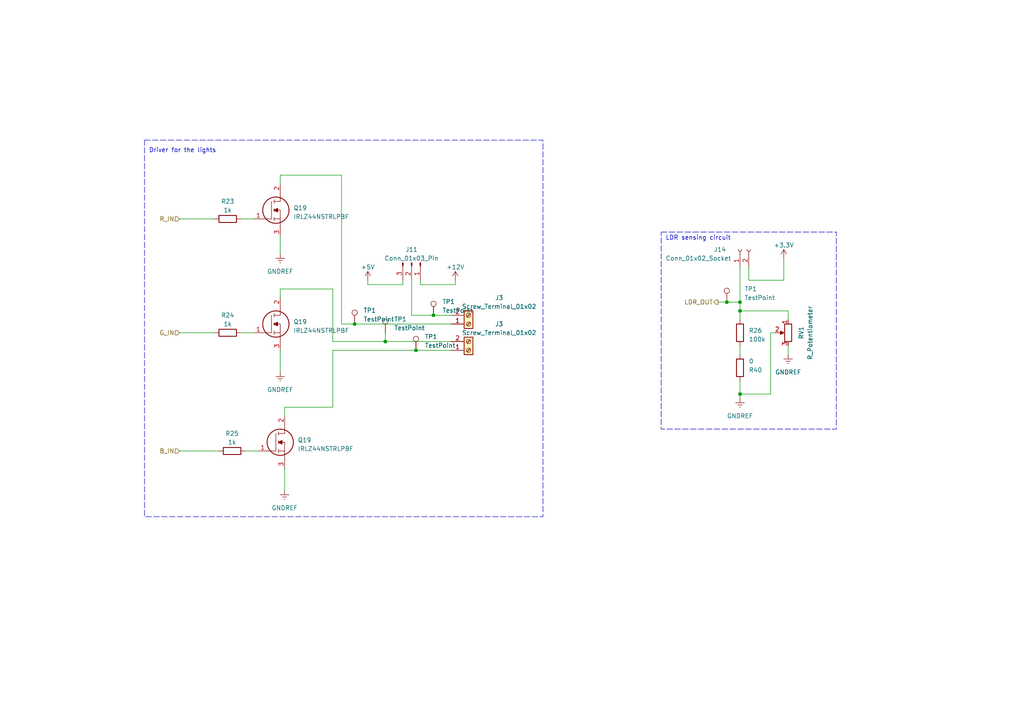
<source format=kicad_sch>
(kicad_sch (version 20230121) (generator eeschema)
  (paper "A4")
  (title_block (title "Greenhouse project FRDM-KL25Z hat") (date "16-03-2023") (rev "v4.0") (company "OnlyPlants") (comment 1 "Author: Emiel Visser"))
  (lib_symbols
    (symbol "Connector:Conn_01x02_Socket" (pin_names (offset 1.016) hide)
      (property "Reference" "J" (at 0 2.54 0))
      (property "Value" "Conn_01x02_Socket" (at 0 -5.08 0))
      (symbol "Conn_01x02_Socket_1_1"
        (arc (start 0 -2.032) (mid -0.5058 -2.54) (end 0 -3.048) (stroke (width 0.1524)))
        (polyline (pts (xy -1.27 -2.54) (xy -0.508 -2.54)) (stroke (width 0.1524)))
        (polyline (pts (xy -1.27 0) (xy -0.508 0)) (stroke (width 0.1524)))
        (arc (start 0 0.508) (mid -0.5058 0) (end 0 -0.508) (stroke (width 0.1524)))
        (pin passive line (at -5.08 0 0) (length 3.81) (name "Pin_1") (number "1"))
        (pin passive line (at -5.08 -2.54 0) (length 3.81) (name "Pin_2") (number "2"))
      )
    )
    (symbol "Connector:Conn_01x03_Pin" (pin_names (offset 1.016) hide)
      (property "Reference" "J" (at 0 5.08 0))
      (property "Value" "Conn_01x03_Pin" (at 0 -5.08 0))
      (symbol "Conn_01x03_Pin_1_1"
        (polyline (pts (xy 1.27 -2.54) (xy 0.8636 -2.54)) (stroke (width 0.1524)))
        (polyline (pts (xy 1.27 0) (xy 0.8636 0)) (stroke (width 0.1524)))
        (polyline (pts (xy 1.27 2.54) (xy 0.8636 2.54)) (stroke (width 0.1524)))
        (rectangle (start 0.8636 -2.413) (end 0 -2.667) (stroke (width 0.1524)) (fill (type outline)))
        (rectangle (start 0.8636 0.127) (end 0 -0.127) (stroke (width 0.1524)) (fill (type outline)))
        (rectangle (start 0.8636 2.667) (end 0 2.413) (stroke (width 0.1524)) (fill (type outline)))
        (pin passive line (at 5.08 2.54 180) (length 3.81) (name "Pin_1") (number "1"))
        (pin passive line (at 5.08 0 180) (length 3.81) (name "Pin_2") (number "2"))
        (pin passive line (at 5.08 -2.54 180) (length 3.81) (name "Pin_3") (number "3"))
      )
    )
    (symbol "Connector:Screw_Terminal_01x02" (pin_names (offset 1.016) hide)
      (property "Reference" "J" (at 0 2.54 0))
      (property "Value" "Screw_Terminal_01x02" (at 0 -5.08 0))
      (symbol "Screw_Terminal_01x02_1_1"
        (rectangle (start -1.27 1.27) (end 1.27 -3.81) (stroke (width 0.254)) (fill (type background)))
        (circle (center 0 -2.54) (radius 0.635) (stroke (width 0.1524)))
        (polyline (pts (xy -0.5334 -2.2098) (xy 0.3302 -3.048)) (stroke (width 0.1524)))
        (polyline (pts (xy -0.5334 0.3302) (xy 0.3302 -0.508)) (stroke (width 0.1524)))
        (polyline (pts (xy -0.3556 -2.032) (xy 0.508 -2.8702)) (stroke (width 0.1524)))
        (polyline (pts (xy -0.3556 0.508) (xy 0.508 -0.3302)) (stroke (width 0.1524)))
        (circle (center 0 0) (radius 0.635) (stroke (width 0.1524)))
        (pin passive line (at -5.08 0 0) (length 3.81) (name "Pin_1") (number "1"))
        (pin passive line (at -5.08 -2.54 0) (length 3.81) (name "Pin_2") (number "2"))
      )
    )
    (symbol "Connector:TestPoint" (pin_numbers hide) (pin_names (offset 0.762) hide)
      (property "Reference" "TP" (at 0 6.858 0))
      (property "Value" "TestPoint" (at 0 5.08 0))
      (symbol "TestPoint_0_1"
        (circle (center 0 3.302) (radius 0.762))
      )
      (symbol "TestPoint_1_1"
        (pin passive line (at 0 0 90) (length 2.54) (name "1") (number "1"))
      )
    )
    (symbol "Device:R" (pin_numbers hide) (pin_names (offset 0))
      (property "Reference" "R" (at 2.032 0 90))
      (property "Value" "R" (at 0 0 90))
      (symbol "R_0_1"
        (rectangle (start -1.016 -2.54) (end 1.016 2.54) (stroke (width 0.254)))
      )
      (symbol "R_1_1"
        (pin passive line (at 0 3.81 270) (length 1.27) (name "~") (number "1"))
        (pin passive line (at 0 -3.81 90) (length 1.27) (name "~") (number "2"))
      )
    )
    (symbol "Device:R_Potentiometer" (pin_names (offset 1.016) hide)
      (property "Reference" "RV" (at -4.445 0 90))
      (property "Value" "R_Potentiometer" (at -2.54 0 90))
      (symbol "R_Potentiometer_0_1"
        (polyline (pts (xy 2.54 0) (xy 1.524 0)))
        (polyline (pts (xy 1.143 0) (xy 2.286 0.508) (xy 2.286 -0.508) (xy 1.143 0)) (fill (type outline)))
        (rectangle (start 1.016 2.54) (end -1.016 -2.54) (stroke (width 0.254)))
      )
      (symbol "R_Potentiometer_1_1"
        (pin passive line (at 0 3.81 270) (length 1.27) (name "1") (number "1"))
        (pin passive line (at 3.81 0 180) (length 1.27) (name "2") (number "2"))
        (pin passive line (at 0 -3.81 90) (length 1.27) (name "3") (number "3"))
      )
    )
    (symbol "SamacSys_Parts:IRLZ44NSTRLPBF" (pin_names (offset 0.762))
      (property "Reference" "Q" (at 11.43 3.81 0))
      (property "Value" "IRLZ44NSTRLPBF" (at 11.43 1.27 0))
      (symbol "IRLZ44NSTRLPBF_0_0"
        (pin passive line (at 0 0 0) (length 2.54) (name "~") (number "1"))
        (pin passive line (at 7.62 10.16 270) (length 2.54) (name "~") (number "2"))
        (pin passive line (at 7.62 -5.08 90) (length 2.54) (name "~") (number "3"))
      )
      (symbol "IRLZ44NSTRLPBF_0_1"
        (polyline (pts (xy 5.842 -0.508) (xy 5.842 0.508)) (stroke (width 0.1524)))
        (polyline (pts (xy 5.842 0) (xy 7.62 0)) (stroke (width 0.1524)))
        (polyline (pts (xy 5.842 2.032) (xy 5.842 3.048)) (stroke (width 0.1524)))
        (polyline (pts (xy 5.842 5.588) (xy 5.842 4.572)) (stroke (width 0.1524)))
        (polyline (pts (xy 7.62 2.54) (xy 5.842 2.54)) (stroke (width 0.1524)))
        (polyline (pts (xy 7.62 2.54) (xy 7.62 -2.54)) (stroke (width 0.1524)))
        (polyline (pts (xy 7.62 5.08) (xy 5.842 5.08)) (stroke (width 0.1524)))
        (polyline (pts (xy 7.62 5.08) (xy 7.62 7.62)) (stroke (width 0.1524)))
        (polyline (pts (xy 2.54 0) (xy 5.08 0) (xy 5.08 5.08)) (stroke (width 0.1524)))
        (polyline (pts (xy 5.842 2.54) (xy 6.858 3.048) (xy 6.858 2.032) (xy 5.842 2.54)) (stroke (width 0.254)) (fill (type outline)))
        (circle (center 6.35 2.54) (radius 3.81) (stroke (width 0.254)))
      )
    )
    (symbol "power:+12V" (power) (pin_names (offset 0))
      (property "Value" "+12V" (at 0 3.556 0))
      (symbol "+12V_0_1"
        (polyline (pts (xy -0.762 1.27) (xy 0 2.54)))
        (polyline (pts (xy 0 0) (xy 0 2.54)))
        (polyline (pts (xy 0 2.54) (xy 0.762 1.27)))
      )
      (symbol "+12V_1_1"
        (pin power_in line (at 0 0 90) (length 0) hide (name "+12V") (number "1"))
      )
    )
    (symbol "power:+3.3V" (power) (pin_names (offset 0))
      (property "Value" "+3.3V" (at 0 3.556 0))
      (symbol "+3.3V_0_1"
        (polyline (pts (xy -0.762 1.27) (xy 0 2.54)))
        (polyline (pts (xy 0 0) (xy 0 2.54)))
        (polyline (pts (xy 0 2.54) (xy 0.762 1.27)))
      )
      (symbol "+3.3V_1_1"
        (pin power_in line (at 0 0 90) (length 0) hide (name "+3.3V") (number "1"))
      )
    )
    (symbol "power:+5V" (power) (pin_names (offset 0))
      (property "Value" "+5V" (at 0 3.556 0))
      (symbol "+5V_0_1"
        (polyline (pts (xy -0.762 1.27) (xy 0 2.54)))
        (polyline (pts (xy 0 0) (xy 0 2.54)))
        (polyline (pts (xy 0 2.54) (xy 0.762 1.27)))
      )
      (symbol "+5V_1_1"
        (pin power_in line (at 0 0 90) (length 0) hide (name "+5V") (number "1"))
      )
    )
    (symbol "power:GNDREF" (power) (pin_names (offset 0))
      (property "Value" "GNDREF" (at 0 -3.81 0))
      (symbol "GNDREF_0_1"
        (polyline (pts (xy -0.635 -1.905) (xy 0.635 -1.905)))
        (polyline (pts (xy -0.127 -2.54) (xy 0.127 -2.54)))
        (polyline (pts (xy 0 -1.27) (xy 0 0)))
        (polyline (pts (xy 1.27 -1.27) (xy -1.27 -1.27)))
      )
      (symbol "GNDREF_1_1"
        (pin power_in line (at 0 0 270) (length 0) hide (name "GNDREF") (number "1"))
      )
    )
  )
  (junction (at 111.76 99.06))
  (junction (at 214.63 87.63))
  (junction (at 120.65 101.6))
  (junction (at 214.63 114.3))
  (junction (at 102.87 93.98))
  (junction (at 214.63 90.17))
  (junction (at 125.73 91.44))
  (junction (at 210.82 87.63))
  (wire (pts (xy 119.38 81.28) (xy 119.38 91.44)))
  (wire (pts (xy 208.28 87.63) (xy 210.82 87.63)))
  (wire (pts (xy 111.76 99.06) (xy 111.76 96.52)))
  (wire (pts (xy 121.92 82.55) (xy 132.08 82.55)))
  (wire (pts (xy 52.07 63.5) (xy 62.23 63.5)))
  (wire (pts (xy 96.52 83.82) (xy 96.52 99.06)))
  (wire (pts (xy 227.33 81.28) (xy 217.17 81.28)))
  (wire (pts (xy 214.63 100.33) (xy 214.63 102.87)))
  (wire (pts (xy 210.82 87.63) (xy 214.63 87.63)))
  (wire (pts (xy 214.63 87.63) (xy 214.63 90.17)))
  (wire (pts (xy 214.63 90.17) (xy 214.63 92.71)))
  (wire (pts (xy 102.87 93.98) (xy 130.81 93.98)))
  (wire (pts (xy 227.33 74.93) (xy 227.33 81.28)))
  (wire (pts (xy 96.52 101.6) (xy 120.65 101.6)))
  (wire (pts (xy 224.79 96.52) (xy 223.52 96.52)))
  (wire (pts (xy 52.07 96.52) (xy 62.23 96.52)))
  (wire (pts (xy 214.63 77.47) (xy 214.63 87.63)))
  (wire (pts (xy 106.68 81.28) (xy 106.68 82.55)))
  (wire (pts (xy 81.28 50.8) (xy 99.06 50.8)))
  (wire (pts (xy 71.12 130.81) (xy 74.93 130.81)))
  (wire (pts (xy 82.55 120.65) (xy 82.55 118.11)))
  (wire (pts (xy 69.85 63.5) (xy 73.66 63.5)))
  (wire (pts (xy 96.52 118.11) (xy 96.52 101.6)))
  (wire (pts (xy 119.38 91.44) (xy 125.73 91.44)))
  (wire (pts (xy 214.63 110.49) (xy 214.63 114.3)))
  (wire (pts (xy 96.52 99.06) (xy 111.76 99.06)))
  (wire (pts (xy 69.85 96.52) (xy 73.66 96.52)))
  (wire (pts (xy 81.28 68.58) (xy 81.28 73.66)))
  (wire (pts (xy 116.84 82.55) (xy 116.84 81.28)))
  (wire (pts (xy 121.92 82.55) (xy 121.92 81.28)))
  (wire (pts (xy 81.28 83.82) (xy 96.52 83.82)))
  (wire (pts (xy 82.55 135.89) (xy 82.55 142.24)))
  (wire (pts (xy 111.76 99.06) (xy 130.81 99.06)))
  (wire (pts (xy 228.6 100.33) (xy 228.6 102.87)))
  (wire (pts (xy 223.52 114.3) (xy 214.63 114.3)))
  (wire (pts (xy 223.52 96.52) (xy 223.52 114.3)))
  (wire (pts (xy 81.28 53.34) (xy 81.28 50.8)))
  (wire (pts (xy 81.28 86.36) (xy 81.28 83.82)))
  (wire (pts (xy 228.6 90.17) (xy 214.63 90.17)))
  (wire (pts (xy 214.63 114.3) (xy 214.63 115.57)))
  (wire (pts (xy 217.17 77.47) (xy 217.17 81.28)))
  (wire (pts (xy 132.08 81.28) (xy 132.08 82.55)))
  (wire (pts (xy 81.28 101.6) (xy 81.28 107.95)))
  (wire (pts (xy 120.65 101.6) (xy 130.81 101.6)))
  (wire (pts (xy 99.06 50.8) (xy 99.06 93.98)))
  (wire (pts (xy 106.68 82.55) (xy 116.84 82.55)))
  (wire (pts (xy 99.06 93.98) (xy 102.87 93.98)))
  (wire (pts (xy 82.55 118.11) (xy 96.52 118.11)))
  (wire (pts (xy 228.6 92.71) (xy 228.6 90.17)))
  (wire (pts (xy 130.81 91.44) (xy 125.73 91.44)))
  (wire (pts (xy 52.07 130.81) (xy 63.5 130.81)))
  (rectangle (start 41.91 40.64) (end 157.48 149.86) (stroke (width 0) (type dash)))
  (rectangle (start 191.77 67.31) (end 242.57 124.46) (stroke (width 0) (type dash)))
  (text "Driver for the lights" (at 43.18 44.45 0) (effects (font (size 1.27 1.27)) (justify left bottom)))
  (text "LDR sensing circuit" (at 193.04 69.85 0) (effects (font (size 1.27 1.27)) (justify left bottom)))
  (hierarchical_label "G_IN" (shape input) (at 52.07 96.52 180))
  (hierarchical_label "LDR_OUT" (shape output) (at 208.28 87.63 180))
  (hierarchical_label "R_IN" (shape input) (at 52.07 63.5 180))
  (hierarchical_label "B_IN" (shape input) (at 52.07 130.81 180))
  (symbol (lib_id "Device:R_Potentiometer") (at 228.6 96.52 0) (mirror y) (unit 1)
    (property "Reference" "RV1" (at 232.41 96.52 90))
    (property "Value" "R_Potentiometer" (at 234.95 96.52 90))
    (property "Footprint" "Potentiometer_THT:Potentiometer_Bourns_3296W_Vertical" (effects hide))
  )
  (symbol (lib_id "Device:R") (at 66.04 96.52 90) (unit 1)
    (property "Reference" "R24" (at 66.04 91.44 90))
    (property "Value" "1k" (at 66.04 93.98 90))
    (property "Footprint" "Resistor_SMD:R_1206_3216Metric_Pad1.30x1.75mm_HandSolder" (effects hide))
  )
  (symbol (lib_id "Connector:TestPoint") (at 102.87 93.98 0) (unit 1)
    (property "Reference" "TP1" (at 105.41 90.043 0) (effects (justify left)))
    (property "Value" "TestPoint" (at 105.41 92.583 0) (effects (justify left)))
    (property "Footprint" "TestPoint:TestPoint_Pad_D2.0mm" (effects hide))
    (instances (project "greenhouse_project_hat" (path "" (reference "TP1") (unit 1)) (path "" (reference "TP14") (unit 1))))
  )
  (symbol (lib_id "Device:R") (at 67.31 130.81 90) (unit 1)
    (property "Reference" "R25" (at 67.31 125.73 90))
    (property "Value" "1k" (at 67.31 128.27 90))
    (property "Footprint" "Resistor_SMD:R_1206_3216Metric_Pad1.30x1.75mm_HandSolder" (effects hide))
  )
  (symbol (lib_id "Connector:Screw_Terminal_01x02") (at 135.89 93.98 0) (mirror x) (unit 1)
    (property "Reference" "J3" (at 144.78 86.36 0))
    (property "Value" "Screw_Terminal_01x02" (at 144.78 88.9 0))
    (property "Footprint" "TerminalBlock:TerminalBlock_bornier-2_P5.08mm" (effects hide))
    (instances (project "greenhouse_project_hat" (path "" (reference "J3") (unit 1)) (path "" (reference "J12") (unit 1))))
  )
  (symbol (lib_id "Device:R") (at 66.04 63.5 90) (unit 1)
    (property "Reference" "R23" (at 66.04 58.42 90))
    (property "Value" "1k" (at 66.04 60.96 90))
    (property "Footprint" "Resistor_SMD:R_1206_3216Metric_Pad1.30x1.75mm_HandSolder" (effects hide))
  )
  (symbol (lib_id "Connector:Conn_01x02_Socket") (at 214.63 72.39 90) (unit 1)
    (property "Reference" "J14" (at 207.01 72.39 90) (effects (justify right)))
    (property "Value" "Conn_01x02_Socket" (at 193.04 74.93 90) (effects (justify right)))
    (property "Footprint" "Connector_JST:JST_PH_B2B-PH-K_1x02_P2.00mm_Vertical" (effects hide))
  )
  (symbol (lib_id "power:GNDREF") (at 82.55 142.24 0) (unit 1)
    (property "Reference" "#PWR056" (effects hide))
    (property "Value" "GNDREF" (at 82.55 147.32 0))
  )
  (symbol (lib_id "Connector:Conn_01x03_Pin") (at 119.38 76.2 270) (unit 1)
    (property "Reference" "J11" (at 119.38 72.39 90))
    (property "Value" "Conn_01x03_Pin" (at 119.38 74.93 90))
    (property "Footprint" "Connector_PinHeader_2.54mm:PinHeader_1x03_P2.54mm_Vertical" (effects hide))
  )
  (symbol (lib_id "Connector:TestPoint") (at 120.65 101.6 0) (unit 1)
    (property "Reference" "TP1" (at 123.19 97.663 0) (effects (justify left)))
    (property "Value" "TestPoint" (at 123.19 100.203 0) (effects (justify left)))
    (property "Footprint" "TestPoint:TestPoint_Pad_D2.0mm" (effects hide))
    (instances (project "greenhouse_project_hat" (path "" (reference "TP1") (unit 1)) (path "" (reference "TP16") (unit 1))))
  )
  (symbol (lib_id "Connector:TestPoint") (at 111.76 96.52 0) (unit 1)
    (property "Reference" "TP1" (at 114.3 92.583 0) (effects (justify left)))
    (property "Value" "TestPoint" (at 114.3 95.123 0) (effects (justify left)))
    (property "Footprint" "TestPoint:TestPoint_Pad_D2.0mm" (effects hide))
    (instances (project "greenhouse_project_hat" (path "" (reference "TP1") (unit 1)) (path "" (reference "TP15") (unit 1))))
  )
  (symbol (lib_id "Device:R") (at 214.63 96.52 0) (unit 1)
    (property "Reference" "R26" (at 217.17 95.885 0) (effects (justify left)))
    (property "Value" "100k" (at 217.17 98.425 0) (effects (justify left)))
    (property "Footprint" "Resistor_SMD:R_1206_3216Metric_Pad1.30x1.75mm_HandSolder" (effects hide))
  )
  (symbol (lib_id "power:GNDREF") (at 228.6 102.87 0) (unit 1)
    (property "Reference" "#PWR061" (effects hide))
    (property "Value" "GNDREF" (at 228.6 107.95 0))
  )
  (symbol (lib_id "Connector:TestPoint") (at 125.73 91.44 0) (unit 1)
    (property "Reference" "TP1" (at 128.27 87.503 0) (effects (justify left)))
    (property "Value" "TestPoint" (at 128.27 90.043 0) (effects (justify left)))
    (property "Footprint" "TestPoint:TestPoint_Pad_D2.0mm" (effects hide))
    (instances (project "greenhouse_project_hat" (path "" (reference "TP1") (unit 1)) (path "" (reference "TP17") (unit 1))))
  )
  (symbol (lib_id "SamacSys_Parts:IRLZ44NSTRLPBF") (at 73.66 63.5 0) (unit 1)
    (property "Reference" "Q19" (at 85.09 60.325 0) (effects (justify left)))
    (property "Value" "IRLZ44NSTRLPBF" (at 85.09 62.865 0) (effects (justify left)))
    (property "Footprint" "SamacSys_Parts:IRF2804STRLPBF" (effects hide))
    (property "Datasheet" "https://www.infineon.com/dgdl/irlz44nspbf.pdf?fileId=5546d462533600a40153567221272727" (effects hide))
    (property "Description" "Infineon IRLZ44NSTRLPBF N-channel MOSFET, 47 A, 55 V HEXFET, 3-Pin D2PAK" (effects hide))
    (property "Height" "4.83" (effects hide))
    (property "Manufacturer_Name" "Infineon" (effects hide))
    (property "Manufacturer_Part_Number" "IRLZ44NSTRLPBF" (effects hide))
    (property "Mouser Part Number" "942-IRLZ44NSTRLPBF" (effects hide))
    (property "Mouser Price/Stock" "https://www.mouser.co.uk/ProductDetail/Infineon-Technologies/IRLZ44NSTRLPBF?qs=9%252BKlkBgLFf1LijFJvUznEg%3D%3D" (effects hide))
    (property "Arrow Part Number" "IRLZ44NSTRLPBF" (effects hide))
    (property "Arrow Price/Stock" "https://www.arrow.com/en/products/irlz44nstrlpbf/infineon-technologies-ag?region=nac" (effects hide))
    (instances (project "greenhouse_project_hat" (path "" (reference "Q19") (unit 1)) (path "" (reference "Q4") (unit 1))))
  )
  (symbol (lib_id "Connector:TestPoint") (at 210.82 87.63 0) (unit 1)
    (property "Reference" "TP1" (at 215.9 83.82 0) (effects (justify left)))
    (property "Value" "TestPoint" (at 215.9 86.36 0) (effects (justify left)))
    (property "Footprint" "TestPoint:TestPoint_Pad_D2.0mm" (effects hide))
    (instances (project "greenhouse_project_hat" (path "" (reference "TP1") (unit 1)) (path "" (reference "TP18") (unit 1))))
  )
  (symbol (lib_id "power:GNDREF") (at 214.63 115.57 0) (unit 1)
    (property "Reference" "#PWR059" (effects hide))
    (property "Value" "GNDREF" (at 214.63 120.65 0))
  )
  (symbol (lib_id "power:GNDREF") (at 81.28 73.66 0) (unit 1)
    (property "Reference" "#PWR054" (effects hide))
    (property "Value" "GNDREF" (at 81.28 78.74 0))
  )
  (symbol (lib_id "power:GNDREF") (at 81.28 107.95 0) (unit 1)
    (property "Reference" "#PWR055" (effects hide))
    (property "Value" "GNDREF" (at 81.28 113.03 0))
  )
  (symbol (lib_id "Device:R") (at 214.63 106.68 0) (mirror y) (unit 1)
    (property "Reference" "R40" (at 217.17 107.315 0) (effects (justify right)))
    (property "Value" "0" (at 217.17 104.775 0) (effects (justify right)))
    (property "Footprint" "Resistor_SMD:R_1206_3216Metric_Pad1.30x1.75mm_HandSolder" (effects hide))
    (instances (project "greenhouse_project_hat" (path "" (reference "R40") (unit 1)) (path "" (reference "R27") (unit 1))))
  )
  (symbol (lib_id "Connector:Screw_Terminal_01x02") (at 135.89 101.6 0) (mirror x) (unit 1)
    (property "Reference" "J3" (at 144.78 93.98 0))
    (property "Value" "Screw_Terminal_01x02" (at 144.78 96.52 0))
    (property "Footprint" "TerminalBlock:TerminalBlock_bornier-2_P5.08mm" (effects hide))
    (instances (project "greenhouse_project_hat" (path "" (reference "J3") (unit 1)) (path "" (reference "J13") (unit 1))))
  )
  (symbol (lib_id "power:+12V") (at 132.08 81.28 0) (unit 1)
    (property "Reference" "#PWR?" (effects hide))
    (property "Value" "+12V" (at 132.08 77.47 0))
    (instances (project "greenhouse_project_hat" (path "" (reference "#PWR?") (unit 1)) (path "" (reference "#PWR068") (unit 1)) (path "" (reference "#PWR058") (unit 1))))
  )
  (symbol (lib_id "SamacSys_Parts:IRLZ44NSTRLPBF") (at 73.66 96.52 0) (unit 1)
    (property "Reference" "Q19" (at 85.09 93.345 0) (effects (justify left)))
    (property "Value" "IRLZ44NSTRLPBF" (at 85.09 95.885 0) (effects (justify left)))
    (property "Footprint" "SamacSys_Parts:IRF2804STRLPBF" (effects hide))
    (property "Datasheet" "https://www.infineon.com/dgdl/irlz44nspbf.pdf?fileId=5546d462533600a40153567221272727" (effects hide))
    (property "Description" "Infineon IRLZ44NSTRLPBF N-channel MOSFET, 47 A, 55 V HEXFET, 3-Pin D2PAK" (effects hide))
    (property "Height" "4.83" (effects hide))
    (property "Manufacturer_Name" "Infineon" (effects hide))
    (property "Manufacturer_Part_Number" "IRLZ44NSTRLPBF" (effects hide))
    (property "Mouser Part Number" "942-IRLZ44NSTRLPBF" (effects hide))
    (property "Mouser Price/Stock" "https://www.mouser.co.uk/ProductDetail/Infineon-Technologies/IRLZ44NSTRLPBF?qs=9%252BKlkBgLFf1LijFJvUznEg%3D%3D" (effects hide))
    (property "Arrow Part Number" "IRLZ44NSTRLPBF" (effects hide))
    (property "Arrow Price/Stock" "https://www.arrow.com/en/products/irlz44nstrlpbf/infineon-technologies-ag?region=nac" (effects hide))
    (instances (project "greenhouse_project_hat" (path "" (reference "Q19") (unit 1)) (path "" (reference "Q5") (unit 1))))
  )
  (symbol (lib_id "power:+3.3V") (at 227.33 74.93 0) (unit 1)
    (property "Reference" "#PWR060" (effects hide))
    (property "Value" "+3.3V" (at 227.33 71.12 0))
  )
  (symbol (lib_id "power:+5V") (at 106.68 81.28 0) (unit 1)
    (property "Reference" "#PWR?" (effects hide))
    (property "Value" "+5V" (at 106.68 77.47 0))
    (instances (project "greenhouse_project_hat" (path "" (reference "#PWR?") (unit 1)) (path "" (reference "#PWR064") (unit 1)) (path "" (reference "#PWR057") (unit 1))))
  )
  (symbol (lib_id "SamacSys_Parts:IRLZ44NSTRLPBF") (at 74.93 130.81 0) (unit 1)
    (property "Reference" "Q19" (at 86.36 127.635 0) (effects (justify left)))
    (property "Value" "IRLZ44NSTRLPBF" (at 86.36 130.175 0) (effects (justify left)))
    (property "Footprint" "SamacSys_Parts:IRF2804STRLPBF" (effects hide))
    (property "Datasheet" "https://www.infineon.com/dgdl/irlz44nspbf.pdf?fileId=5546d462533600a40153567221272727" (effects hide))
    (property "Description" "Infineon IRLZ44NSTRLPBF N-channel MOSFET, 47 A, 55 V HEXFET, 3-Pin D2PAK" (effects hide))
    (property "Height" "4.83" (effects hide))
    (property "Manufacturer_Name" "Infineon" (effects hide))
    (property "Manufacturer_Part_Number" "IRLZ44NSTRLPBF" (effects hide))
    (property "Mouser Part Number" "942-IRLZ44NSTRLPBF" (effects hide))
    (property "Mouser Price/Stock" "https://www.mouser.co.uk/ProductDetail/Infineon-Technologies/IRLZ44NSTRLPBF?qs=9%252BKlkBgLFf1LijFJvUznEg%3D%3D" (effects hide))
    (property "Arrow Part Number" "IRLZ44NSTRLPBF" (effects hide))
    (property "Arrow Price/Stock" "https://www.arrow.com/en/products/irlz44nstrlpbf/infineon-technologies-ag?region=nac" (effects hide))
    (instances (project "greenhouse_project_hat" (path "" (reference "Q19") (unit 1)) (path "" (reference "Q6") (unit 1))))
  )
)
</source>
